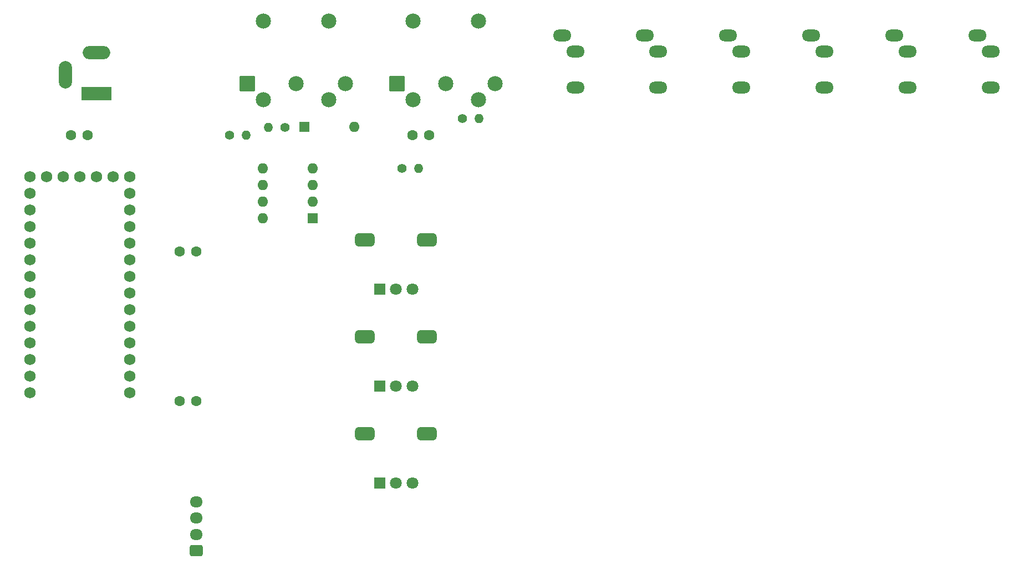
<source format=gbr>
%TF.GenerationSoftware,KiCad,Pcbnew,(6.0.11-0)*%
%TF.CreationDate,2025-03-26T21:45:14-05:00*%
%TF.ProjectId,btnBRD,62746e42-5244-42e6-9b69-6361645f7063,rev?*%
%TF.SameCoordinates,Original*%
%TF.FileFunction,Soldermask,Bot*%
%TF.FilePolarity,Negative*%
%FSLAX46Y46*%
G04 Gerber Fmt 4.6, Leading zero omitted, Abs format (unit mm)*
G04 Created by KiCad (PCBNEW (6.0.11-0)) date 2025-03-26 21:45:14*
%MOMM*%
%LPD*%
G01*
G04 APERTURE LIST*
G04 Aperture macros list*
%AMRoundRect*
0 Rectangle with rounded corners*
0 $1 Rounding radius*
0 $2 $3 $4 $5 $6 $7 $8 $9 X,Y pos of 4 corners*
0 Add a 4 corners polygon primitive as box body*
4,1,4,$2,$3,$4,$5,$6,$7,$8,$9,$2,$3,0*
0 Add four circle primitives for the rounded corners*
1,1,$1+$1,$2,$3*
1,1,$1+$1,$4,$5*
1,1,$1+$1,$6,$7*
1,1,$1+$1,$8,$9*
0 Add four rect primitives between the rounded corners*
20,1,$1+$1,$2,$3,$4,$5,0*
20,1,$1+$1,$4,$5,$6,$7,0*
20,1,$1+$1,$6,$7,$8,$9,0*
20,1,$1+$1,$8,$9,$2,$3,0*%
G04 Aperture macros list end*
%ADD10R,4.600000X2.000000*%
%ADD11O,4.200000X2.000000*%
%ADD12O,2.000000X4.200000*%
%ADD13O,2.800000X1.800000*%
%ADD14C,1.600000*%
%ADD15C,1.734000*%
%ADD16RoundRect,0.500000X1.000000X-0.500000X1.000000X0.500000X-1.000000X0.500000X-1.000000X-0.500000X0*%
%ADD17C,1.800000*%
%ADD18R,1.800000X1.800000*%
%ADD19O,1.400000X1.400000*%
%ADD20C,1.400000*%
%ADD21O,1.600000X1.600000*%
%ADD22R,1.600000X1.600000*%
%ADD23C,2.304000*%
%ADD24RoundRect,0.102000X1.050000X1.050000X-1.050000X1.050000X-1.050000X-1.050000X1.050000X-1.050000X0*%
%ADD25O,1.950000X1.700000*%
%ADD26RoundRect,0.250000X0.725000X-0.600000X0.725000X0.600000X-0.725000X0.600000X-0.725000X-0.600000X0*%
G04 APERTURE END LIST*
D10*
%TO.C,J1*%
X35560000Y-31750000D03*
D11*
X35560000Y-25450000D03*
D12*
X30760000Y-28850000D03*
%TD*%
D13*
%TO.C,J5*%
X121280000Y-25260000D03*
X119280000Y-22860000D03*
X121280000Y-30760000D03*
%TD*%
D14*
%TO.C,C2*%
X86320000Y-38100000D03*
X83820000Y-38100000D03*
%TD*%
%TO.C,C3*%
X50760000Y-55880000D03*
X48260000Y-55880000D03*
%TD*%
D13*
%TO.C,J9*%
X172080000Y-25260000D03*
X170080000Y-22860000D03*
X172080000Y-30760000D03*
%TD*%
%TO.C,J4*%
X108680000Y-25260000D03*
X106680000Y-22860000D03*
X108680000Y-30760000D03*
%TD*%
%TO.C,J6*%
X133980000Y-25260000D03*
X131980000Y-22860000D03*
X133980000Y-30760000D03*
%TD*%
D14*
%TO.C,C4*%
X50760000Y-78740000D03*
X48260000Y-78740000D03*
%TD*%
D15*
%TO.C,U1*%
X25400000Y-77470000D03*
X38100000Y-44450000D03*
X30480000Y-44450000D03*
X27940000Y-44450000D03*
X25400000Y-74930000D03*
X33020000Y-44450000D03*
X40640000Y-77470000D03*
X25400000Y-69850000D03*
X25400000Y-67310000D03*
X25400000Y-64770000D03*
X25400000Y-62230000D03*
X25400000Y-59690000D03*
X25400000Y-57150000D03*
X25400000Y-54610000D03*
X25400000Y-52070000D03*
X25400000Y-49530000D03*
X25400000Y-46990000D03*
X25400000Y-44450000D03*
X40640000Y-44450000D03*
X40640000Y-46990000D03*
X40640000Y-49530000D03*
X40640000Y-52070000D03*
X40640000Y-54610000D03*
X40640000Y-57150000D03*
X40640000Y-59690000D03*
X40640000Y-62230000D03*
X40640000Y-64770000D03*
X25400000Y-72390000D03*
X35560000Y-44450000D03*
X40640000Y-67310000D03*
X40640000Y-69850000D03*
X40640000Y-72390000D03*
X40640000Y-74930000D03*
%TD*%
D16*
%TO.C,RV1*%
X86030000Y-83705000D03*
X76530000Y-83705000D03*
D17*
X83780000Y-91205000D03*
X81280000Y-91205000D03*
D18*
X78780000Y-91205000D03*
%TD*%
D16*
%TO.C,RV2*%
X86030000Y-68905000D03*
X76530000Y-68905000D03*
D17*
X83780000Y-76405000D03*
X81280000Y-76405000D03*
D18*
X78780000Y-76405000D03*
%TD*%
D13*
%TO.C,J8*%
X159380000Y-25260000D03*
X157380000Y-22860000D03*
X159380000Y-30760000D03*
%TD*%
%TO.C,J7*%
X146680000Y-25260000D03*
X144680000Y-22860000D03*
X146680000Y-30760000D03*
%TD*%
D19*
%TO.C,R3*%
X61760000Y-36900000D03*
D20*
X64300000Y-36900000D03*
%TD*%
D16*
%TO.C,RV3*%
X86030000Y-54105000D03*
X76530000Y-54105000D03*
D17*
X83780000Y-61605000D03*
X81280000Y-61605000D03*
D18*
X78780000Y-61605000D03*
%TD*%
D19*
%TO.C,R1*%
X84760000Y-43180000D03*
D20*
X82220000Y-43180000D03*
%TD*%
D19*
%TO.C,R4*%
X93980000Y-35560000D03*
D20*
X91440000Y-35560000D03*
%TD*%
D21*
%TO.C,D43*%
X74930000Y-36750000D03*
D22*
X67310000Y-36750000D03*
%TD*%
D14*
%TO.C,C1*%
X34167446Y-38100000D03*
X31667446Y-38100000D03*
%TD*%
D19*
%TO.C,R2*%
X58420000Y-38100000D03*
D20*
X55880000Y-38100000D03*
%TD*%
D23*
%TO.C,J3*%
X83900000Y-20650000D03*
X93900000Y-20650000D03*
X93900000Y-32650000D03*
X83900000Y-32650000D03*
X96400000Y-30150000D03*
X88900000Y-30150000D03*
D24*
X81400000Y-30150000D03*
%TD*%
D25*
%TO.C,J10*%
X50800000Y-94100000D03*
X50800000Y-96600000D03*
X50800000Y-99100000D03*
D26*
X50800000Y-101600000D03*
%TD*%
D21*
%TO.C,U5*%
X60960000Y-50800000D03*
X60960000Y-48260000D03*
X60960000Y-45720000D03*
X60960000Y-43180000D03*
X68580000Y-43180000D03*
X68580000Y-45720000D03*
X68580000Y-48260000D03*
D22*
X68580000Y-50800000D03*
%TD*%
D23*
%TO.C,J2*%
X61040000Y-20650000D03*
X71040000Y-20650000D03*
X71040000Y-32650000D03*
X61040000Y-32650000D03*
X73540000Y-30150000D03*
X66040000Y-30150000D03*
D24*
X58540000Y-30150000D03*
%TD*%
M02*

</source>
